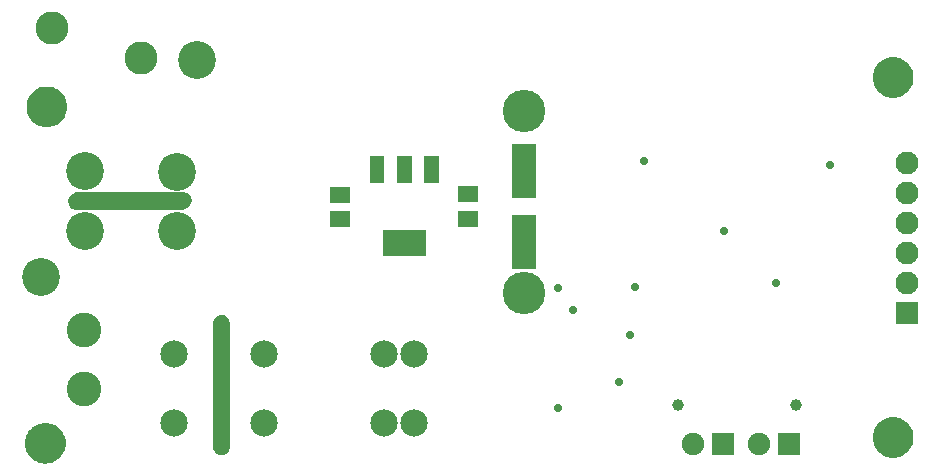
<source format=gbs>
%FSTAX23Y23*%
%MOIN*%
%SFA1B1*%

%IPPOS*%
%ADD21C,0.110236*%
%ADD28C,0.027559*%
%ADD48C,0.090787*%
%ADD49C,0.126220*%
%ADD50C,0.076614*%
%ADD51R,0.076614X0.076614*%
%ADD52C,0.115590*%
%ADD53C,0.141732*%
%ADD54R,0.075039X0.075039*%
%ADD55C,0.075039*%
%ADD56C,0.039606*%
%ADD57R,0.078976X0.181338*%
%ADD58R,0.065984X0.055354*%
%LNrw-01-1*%
%LPD*%
G36*
X02941Y01397D02*
X02942Y01397D01*
X02953Y01395*
X02954Y01395*
X02955Y01395*
X02965Y0139*
X02966Y0139*
X02967Y0139*
X02976Y01383*
X02977Y01383*
X02977Y01383*
X02977Y01383*
X02977Y01382*
X02985Y01374*
X02986Y01373*
X02986Y01373*
X02993Y01363*
X02993Y01363*
X02994Y01362*
X02998Y01351*
X02998Y01351*
X02998Y0135*
X03001Y01339*
X03001Y01338*
X03001Y01337*
Y01331*
Y0133*
Y01324*
X03001Y01323*
X03001Y01322*
X02998Y01311*
X02998Y0131*
X02998Y01309*
X02993Y01299*
X02993Y01298*
X02993Y01297*
X02986Y01288*
X02986Y01287*
X02986Y01287*
X02985Y01286*
X02977Y01278*
X02977Y01278*
X02976Y01278*
X02976Y01277*
X02976Y01277*
X02966Y01271*
X02965Y0127*
X02965Y0127*
X02954Y01265*
X02953Y01265*
X02952Y01265*
X02941Y01263*
X0294Y01263*
X02939Y01262*
X02927*
X02926Y01263*
X02925Y01263*
X02914Y01265*
X02913Y01265*
X02912Y01265*
X02901Y0127*
X02901Y0127*
X029Y01271*
X0289Y01277*
X0289Y01277*
X0289Y01278*
X02889Y01278*
X02881Y01286*
X0288Y01287*
X0288Y01287*
X02874Y01297*
X02873Y01298*
X02873Y01298*
X02868Y01309*
X02868Y0131*
X02868Y01311*
X02866Y01322*
X02866Y01323*
X02865Y01324*
Y0133*
Y0133*
Y01336*
X02866Y01337*
X02866Y01338*
X02868Y01349*
X02868Y0135*
X02868Y01351*
X02873Y01362*
X02873Y01362*
X02874Y01363*
X0288Y01373*
X0288Y01373*
X02881Y01373*
X02881Y01374*
X02889Y01382*
X0289Y01383*
X0289Y01383*
X029Y01389*
X02901Y0139*
X02901Y0139*
X02912Y01395*
X02913Y01395*
X02914Y01395*
X02925Y01397*
X02926Y01397*
X02927Y01397*
X0294*
X02941Y01397*
G37*
G36*
X0012Y01299D02*
X00121Y01299D01*
X00132Y01297*
X00133Y01297*
X00134Y01297*
X00144Y01292*
X00145Y01292*
X00146Y01292*
X00155Y01285*
X00156Y01285*
X00156Y01285*
X00156Y01285*
X00156Y01284*
X00164Y01276*
X00165Y01275*
X00165Y01275*
X00172Y01265*
X00172Y01265*
X00172Y01264*
X00177Y01253*
X00177Y01253*
X00177Y01252*
X0018Y01241*
X0018Y0124*
X0018Y01239*
Y01233*
Y01232*
Y01226*
X0018Y01225*
X0018Y01224*
X00177Y01213*
X00177Y01212*
X00177Y01211*
X00172Y01201*
X00172Y012*
X00172Y01199*
X00165Y0119*
X00165Y01189*
X00165Y01189*
X00164Y01188*
X00156Y0118*
X00156Y0118*
X00155Y0118*
X00155Y01179*
X00155Y01179*
X00145Y01173*
X00144Y01172*
X00144Y01172*
X00133Y01167*
X00132Y01167*
X00131Y01167*
X0012Y01165*
X00119Y01165*
X00118Y01165*
X00106*
X00105Y01165*
X00104Y01165*
X00093Y01167*
X00092Y01167*
X00091Y01167*
X0008Y01172*
X0008Y01172*
X00079Y01173*
X00069Y01179*
X00069Y0118*
X00069Y0118*
X00068Y0118*
X0006Y01188*
X00059Y01189*
X00059Y01189*
Y01189*
X00053Y01199*
X00052Y012*
X00052Y012*
X00047Y01211*
X00047Y01212*
X00047Y01213*
X00045Y01224*
X00045Y01225*
X00045Y01226*
Y01232*
Y01232*
Y01238*
X00045Y01239*
X00045Y0124*
X00047Y01251*
X00047Y01252*
X00047Y01253*
X00052Y01264*
X00052Y01264*
X00053Y01265*
X00059Y01275*
X00059Y01275*
X0006Y01275*
X0006Y01276*
X00068Y01284*
X00069Y01285*
X00069Y01285*
X00069*
X00079Y01291*
X0008Y01292*
X0008Y01292*
X00091Y01297*
X00092Y01297*
X00093Y01297*
X00104Y01299*
X00105Y01299*
X00106Y013*
X00119*
X0012Y01299*
G37*
G36*
X01419Y0098D02*
X01371D01*
Y01067*
X01419*
Y0098*
G37*
G36*
X01328D02*
X0128D01*
Y01067*
X01328*
Y0098*
G37*
G36*
X01237D02*
X01189D01*
Y01067*
X01237*
Y0098*
G37*
G36*
X0154Y00922D02*
X0149D01*
Y00947*
X0154*
Y00922*
G37*
G36*
X01114Y00921D02*
X01064D01*
Y00946*
X01114*
Y00921*
G37*
G36*
X00576Y00946D02*
X00581Y00944D01*
X00585Y00941*
X00589Y00937*
X00592Y00933*
X00594Y00928*
X00595Y00923*
Y00921*
Y00918*
X00593Y00912*
X00591Y00906*
X00588Y00901*
X00584Y00897*
X00579Y00894*
X00573Y00892*
X00567Y0089*
X00207*
X00202Y00892*
X00197Y00893*
X00193Y00896*
X00189Y009*
X00186Y00904*
X00185Y00909*
X00184Y00914*
Y00917*
Y00919*
Y00921*
X00185Y00927*
X00187Y00932*
X0019Y00936*
X00194Y0094*
X00198Y00943*
X00203Y00945*
X00209Y00947*
X00571*
X00576Y00946*
G37*
G36*
X0154Y00854D02*
X0149D01*
Y00879*
X0154*
Y00854*
G37*
G36*
X01114Y00852D02*
X01064D01*
Y00877*
X01114*
Y00852*
G37*
G36*
X01375Y00736D02*
X01233D01*
Y00823*
X01375*
Y00736*
G37*
G36*
X02941Y00197D02*
X02942Y00197D01*
X02953Y00195*
X02954Y00195*
X02955Y00195*
X02965Y0019*
X02966Y0019*
X02967Y0019*
X02976Y00183*
X02977Y00183*
X02977Y00183*
X02977Y00183*
X02977Y00182*
X02985Y00174*
X02986Y00173*
X02986Y00173*
X02993Y00163*
X02993Y00163*
X02994Y00162*
X02998Y00151*
X02998Y00151*
X02998Y0015*
X03001Y00139*
X03001Y00138*
X03001Y00137*
Y00131*
Y0013*
Y00124*
X03001Y00123*
X03001Y00122*
X02998Y00111*
X02998Y0011*
X02998Y00109*
X02993Y00099*
X02993Y00098*
X02993Y00097*
X02986Y00088*
X02986Y00087*
X02986Y00087*
X02985Y00086*
X02977Y00078*
X02977Y00078*
X02976Y00078*
X02976Y00077*
X02976Y00077*
X02966Y00071*
X02965Y0007*
X02965Y0007*
X02954Y00065*
X02953Y00065*
X02952Y00065*
X02941Y00063*
X0294Y00063*
X02939Y00062*
X02927*
X02926Y00063*
X02925Y00063*
X02914Y00065*
X02913Y00065*
X02912Y00065*
X02901Y0007*
X02901Y0007*
X029Y00071*
X0289Y00077*
X0289Y00077*
X0289Y00078*
X02889Y00078*
X02881Y00086*
X0288Y00087*
X0288Y00087*
X02874Y00097*
X02873Y00098*
X02873Y00098*
X02868Y00109*
X02868Y0011*
X02868Y00111*
X02866Y00122*
X02866Y00123*
X02865Y00124*
Y0013*
Y0013*
Y00136*
X02866Y00137*
X02866Y00138*
X02868Y00149*
X02868Y0015*
X02868Y00151*
X02873Y00162*
X02873Y00162*
X02874Y00163*
X0288Y00173*
X0288Y00173*
X02881Y00173*
X02881Y00174*
X02889Y00182*
X0289Y00183*
X0289Y00183*
X029Y00189*
X02901Y0019*
X02901Y0019*
X02912Y00195*
X02913Y00195*
X02914Y00195*
X02925Y00197*
X02926Y00197*
X02927Y00197*
X0294*
X02941Y00197*
G37*
G36*
X00115Y00178D02*
X00116Y00178D01*
X00127Y00176*
X00128Y00176*
X00129Y00176*
X00139Y00171*
X0014Y00171*
X00141Y00171*
X0015Y00164*
X00151Y00164*
X00151Y00164*
X00151Y00164*
X00151Y00163*
X00159Y00155*
X0016Y00154*
X0016Y00154*
X00167Y00144*
X00167Y00144*
X00167Y00143*
X00172Y00132*
X00172Y00132*
X00172Y00131*
X00175Y0012*
X00175Y00119*
X00175Y00118*
Y00112*
Y00111*
Y00105*
X00175Y00104*
X00175Y00103*
X00172Y00092*
X00172Y00091*
X00172Y0009*
X00167Y0008*
X00167Y00079*
X00167Y00078*
X0016Y00069*
X0016Y00068*
X0016Y00068*
X00159Y00067*
X00151Y00059*
X00151Y00059*
X0015Y00059*
X0015Y00058*
X0015Y00058*
X0014Y00052*
X00139Y00051*
X00139Y00051*
X00128Y00046*
X00127Y00046*
X00126Y00046*
X00115Y00044*
X00114Y00044*
X00113Y00043*
X00101*
X001Y00044*
X00099Y00044*
X00088Y00046*
X00087Y00046*
X00086Y00046*
X00075Y00051*
X00075Y00051*
X00074Y00052*
X00064Y00058*
X00064Y00058*
X00064Y00059*
X00063Y00059*
X00055Y00067*
X00054Y00068*
X00054Y00068*
X00048Y00078*
Y00078*
X00047Y00079*
X00047Y0008*
X00042Y0009*
X00042Y00091*
X00042Y00092*
X0004Y00103*
X0004Y00104*
X0004Y00105*
Y0011*
Y00112*
Y00117*
X0004Y00118*
X0004Y00119*
X00042Y0013*
X00042Y00131*
X00042Y00132*
X00047Y00143*
X00047Y00143*
X00048Y00144*
X00054Y00154*
X00054Y00154*
X00055Y00154*
X00055Y00155*
X00063Y00163*
X00064Y00164*
X00064Y00164*
X00064*
X00074Y0017*
X00075Y00171*
X00075Y00171*
X00086Y00176*
X00087Y00176*
X00088Y00176*
X00099Y00178*
X001Y00178*
X00101Y00179*
X00114*
X00115Y00178*
G37*
G36*
X00704Y00537D02*
X00709Y00535D01*
X00713Y00532*
X00717Y00529*
X00719Y00525*
X00721Y0052*
X00722Y00515*
Y00512*
Y00097*
Y00095*
X00721Y00089*
X00719Y00085*
X00716Y0008*
X00713Y00077*
X00708Y00074*
X00704Y00072*
X00698Y00071*
X00693*
X00687Y00072*
X00681Y00074*
X00676Y00077*
X00672Y00082*
X00669Y00087*
X00666Y00092*
X00665Y00098*
Y00101*
Y00113*
Y00507*
Y0051*
X00667Y00516*
X00669Y00522*
X00672Y00527*
X00677Y00531*
X00682Y00535*
X00688Y00537*
X00694Y00538*
X00699*
X00704Y00537*
G37*
G54D21*
X00425Y01395D03*
X0013Y01496D03*
G54D28*
X02072Y00632D03*
X01817Y0063D03*
X02057Y00472D03*
X02102Y01052D03*
X0202Y00315D03*
X0237Y00817D03*
X02542Y00645D03*
X02722Y01038D03*
X01817Y00229D03*
X01865Y00554D03*
G54D48*
X01235Y00407D03*
X01335D03*
X00835D03*
X00535D03*
Y0018D03*
X00835D03*
X01335D03*
X01235D03*
G54D49*
X00239Y0082D03*
Y01017D03*
X00545Y01014D03*
Y00817D03*
X00094Y00664D03*
X00612Y0139D03*
G54D50*
X02979Y01044D03*
Y00944D03*
Y00844D03*
Y00744D03*
Y00644D03*
G54D51*
X02979Y00544D03*
G54D52*
X00237Y00489D03*
Y00292D03*
G54D53*
X01703Y00613D03*
Y01219D03*
G54D54*
X02365Y00107D03*
X02587Y00107D03*
G54D55*
X02265Y00107D03*
X02487Y00107D03*
G54D56*
X02217Y0024D03*
X0261D03*
G54D57*
X01703Y01018D03*
Y00782D03*
G54D58*
X01089Y00857D03*
Y0094D03*
X01515Y00942D03*
Y00859D03*
M02*
</source>
